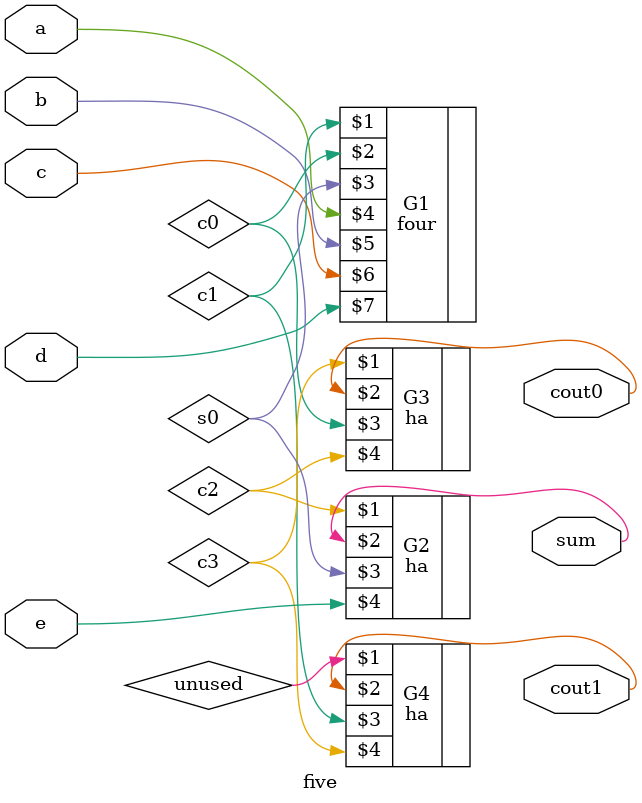
<source format=sv>
module five (cout1,cout0,sum,a,b,c,d,e);
input logic a,b,c,d,e;
output logic cout1,cout0,sum;

four G1 (c1,c0,s0,a,b,c,d);
ha G2 (c2,sum,s0,e);
ha G3 (c3, cout0, c0, c2);
ha G4 (unused, cout1, c1, c3);

endmodule
</source>
